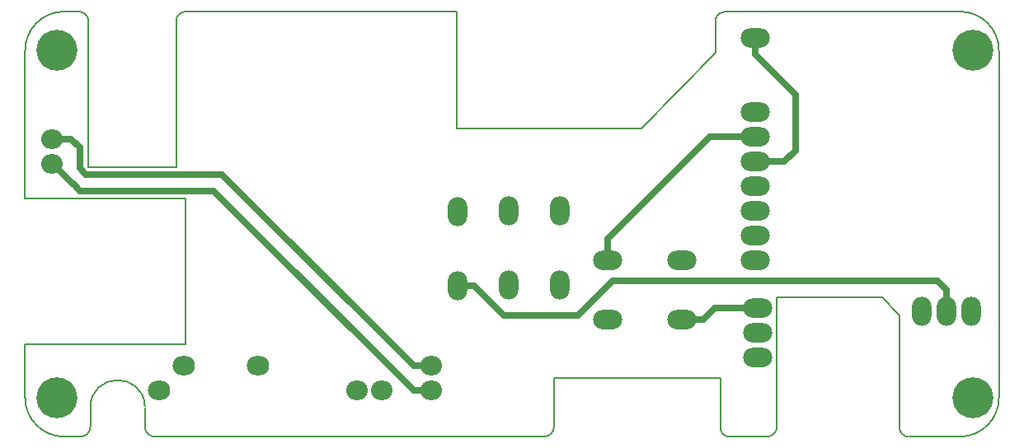
<source format=gbl>
%TF.GenerationSoftware,KiCad,Pcbnew,(5.0.0)*%
%TF.CreationDate,2019-06-26T00:31:56+02:00*%
%TF.ProjectId,Gnu vario V1.9,476E7520766172696F2056312E392E6B,V 1.3*%
%TF.SameCoordinates,Original*%
%TF.FileFunction,Copper,L2,Bot,Signal*%
%TF.FilePolarity,Positive*%
%FSLAX46Y46*%
G04 Gerber Fmt 4.6, Leading zero omitted, Abs format (unit mm)*
G04 Created by KiCad (PCBNEW (5.0.0)) date 06/26/19 00:31:56*
%MOMM*%
%LPD*%
G01*
G04 APERTURE LIST*
%ADD10C,0.150000*%
%ADD11O,2.200000X2.000000*%
%ADD12C,4.200000*%
%ADD13O,2.300000X2.000000*%
%ADD14O,3.000000X2.000000*%
%ADD15O,2.000000X3.000000*%
%ADD16C,0.700000*%
G04 APERTURE END LIST*
D10*
X162700000Y-95300000D02*
X173500000Y-95300000D01*
X162700000Y-108600000D02*
G75*
G02X161700000Y-109600000I-1000000J0D01*
G01*
X176200000Y-109600000D02*
G75*
G02X175300000Y-108700000I0J900000D01*
G01*
X175300000Y-97100000D02*
X175300000Y-108800000D01*
X173500000Y-95300000D02*
X175300000Y-97100000D01*
X162700000Y-95300000D02*
X162700000Y-108600000D01*
X157800000Y-109600000D02*
G75*
G02X156900000Y-108700000I0J900000D01*
G01*
X85500000Y-69900000D02*
X85500000Y-85100000D01*
X102000000Y-100100000D02*
X85500000Y-100100000D01*
X102000000Y-85100000D02*
X102000000Y-100100000D01*
X101000000Y-85100000D02*
X102000000Y-85100000D01*
X101000000Y-85100000D02*
X85500000Y-85100000D01*
X148800000Y-77900000D02*
X156400000Y-70100000D01*
X129800000Y-77900000D02*
X148800000Y-77900000D01*
X129800000Y-65900000D02*
X129800000Y-77900000D01*
X157800000Y-109600000D02*
X161700000Y-109600000D01*
X175700000Y-65900000D02*
X162400000Y-65900000D01*
X162400000Y-65900000D02*
X157400000Y-65900000D01*
X156402857Y-66600886D02*
G75*
G02X157400000Y-65900000I952331J-295115D01*
G01*
X156400000Y-66600000D02*
X156400000Y-70100000D01*
X98800000Y-109600000D02*
G75*
G02X97800000Y-108600000I0J1000000D01*
G01*
X92198215Y-108600000D02*
G75*
G02X91198215Y-109600000I-1000000J0D01*
G01*
X92198215Y-106600000D02*
G75*
G02X97800000Y-106500000I2801785J0D01*
G01*
X97800000Y-108600000D02*
X97800000Y-106600000D01*
X92198215Y-108600000D02*
X92198215Y-106600000D01*
X139800000Y-108600000D02*
G75*
G02X138800000Y-109600000I-1000000J0D01*
G01*
X101000000Y-66900000D02*
G75*
G02X102000000Y-65900000I1000000J0D01*
G01*
X91000000Y-65900000D02*
G75*
G02X92000000Y-66900000I0J-1000000D01*
G01*
X85500000Y-69900000D02*
G75*
G02X89500000Y-65900000I4000000J0D01*
G01*
X89500000Y-109600000D02*
G75*
G02X85500000Y-105600000I0J4000000D01*
G01*
X185500000Y-105600000D02*
G75*
G02X181500000Y-109600000I-4000000J0D01*
G01*
X181500000Y-65900000D02*
G75*
G02X185500000Y-69900000I0J-4000000D01*
G01*
X156900000Y-103600000D02*
X139800000Y-103600000D01*
X139800000Y-103600000D02*
X139800000Y-108600000D01*
X156900000Y-108700000D02*
X156900000Y-103600000D01*
X138800000Y-109600000D02*
X98800000Y-109600000D01*
X181500000Y-109600000D02*
X176300000Y-109600000D01*
X185500000Y-69900000D02*
X185500000Y-105600000D01*
X175700000Y-65900000D02*
X181500000Y-65900000D01*
X102000000Y-65900000D02*
X129800000Y-65900000D01*
X101000000Y-81900000D02*
X101000000Y-66900000D01*
X92000000Y-81900000D02*
X101000000Y-81900000D01*
X92000000Y-66900000D02*
X92000000Y-81900000D01*
X89500000Y-65900000D02*
X91000000Y-65900000D01*
X85500000Y-105600000D02*
X85500000Y-100100000D01*
X91200000Y-109600000D02*
X89500000Y-109600000D01*
D11*
X88260000Y-81580000D03*
X88260000Y-79040000D03*
D12*
X88800000Y-105600000D03*
X88800000Y-69900000D03*
X182800000Y-69900000D03*
X182800000Y-105600000D03*
D11*
X127184546Y-102334532D03*
X127184546Y-104874532D03*
D13*
X99244546Y-104884532D03*
D11*
X122104546Y-104874532D03*
X119564546Y-104874532D03*
D13*
X109404546Y-102334532D03*
X101784546Y-102334532D03*
D14*
X160700000Y-96420000D03*
X160700000Y-101500000D03*
X160700000Y-98960000D03*
X152950000Y-97570000D03*
X145330000Y-97570000D03*
X152950000Y-91510000D03*
X145330000Y-91510000D03*
D15*
X140390000Y-94040000D03*
X140390000Y-86420000D03*
X135130000Y-94040000D03*
X135130000Y-86420000D03*
X129890000Y-94070000D03*
X129890000Y-86450000D03*
X177580000Y-96740000D03*
X180120000Y-96740000D03*
X182660000Y-96740000D03*
D14*
X160500000Y-91500000D03*
X160500000Y-88960000D03*
X160500000Y-86420000D03*
X160500000Y-83880000D03*
X160500000Y-76260000D03*
X160500000Y-81340000D03*
X160500000Y-78800000D03*
X160500000Y-68640000D03*
D16*
X158500000Y-96420000D02*
X158500000Y-96420000D01*
X155150000Y-97570000D02*
X156300000Y-96420000D01*
X156300000Y-96420000D02*
X158500000Y-96420000D01*
X155150000Y-97570000D02*
X155150000Y-97570000D01*
X152950000Y-97570000D02*
X155150000Y-97570000D01*
X158500000Y-96420000D02*
X160700000Y-96420000D01*
X163460000Y-81340000D02*
X163460000Y-81340000D01*
X160500000Y-70340000D02*
X160500000Y-68640000D01*
X164600000Y-74440000D02*
X160500000Y-70340000D01*
X164600000Y-80200000D02*
X164600000Y-74440000D01*
X160500000Y-81340000D02*
X163460000Y-81340000D01*
X163460000Y-81340000D02*
X164600000Y-80200000D01*
X180120000Y-94540000D02*
X180120000Y-96740000D01*
X131590000Y-94070000D02*
X134620000Y-97100000D01*
X129890000Y-94070000D02*
X131590000Y-94070000D01*
X134620000Y-97100000D02*
X142300000Y-97100000D01*
X142300000Y-97100000D02*
X145800000Y-93600000D01*
X145800000Y-93600000D02*
X179180000Y-93600000D01*
X179180000Y-93600000D02*
X180120000Y-94540000D01*
X156800000Y-78800000D02*
X160500000Y-78800000D01*
X145330000Y-89270000D02*
X145330000Y-91510000D01*
X160500000Y-78800000D02*
X155800000Y-78800000D01*
X155800000Y-78800000D02*
X145330000Y-89270000D01*
X125384546Y-102334532D02*
X105675024Y-82625010D01*
X127184546Y-102334532D02*
X125384546Y-102334532D01*
X105675024Y-82625010D02*
X91699692Y-82625010D01*
X91699692Y-82625010D02*
X91100000Y-82025318D01*
X90240000Y-79040000D02*
X88260000Y-79040000D01*
X91100000Y-82025318D02*
X91100000Y-79900000D01*
X91100000Y-79900000D02*
X90240000Y-79040000D01*
X88360000Y-81580000D02*
X88260000Y-81580000D01*
X90405020Y-83625020D02*
X88360000Y-81580000D01*
X127184546Y-104874532D02*
X125384546Y-104874532D01*
X90405020Y-83625020D02*
X90425020Y-83625020D01*
X104885004Y-84374990D02*
X106500000Y-85989986D01*
X91174990Y-84374990D02*
X104885004Y-84374990D01*
X90425020Y-83625020D02*
X91174990Y-84374990D01*
X125384546Y-104874532D02*
X106500000Y-85989986D01*
M02*

</source>
